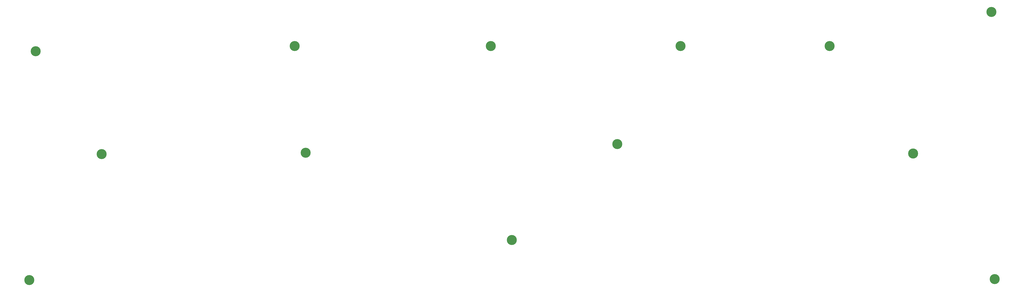
<source format=gbs>
G04 #@! TF.GenerationSoftware,KiCad,Pcbnew,(5.1.10)-1*
G04 #@! TF.CreationDate,2021-09-30T18:38:30+01:00*
G04 #@! TF.ProjectId,110ADR-SwitchPlate,31313041-4452-42d5-9377-69746368506c,rev?*
G04 #@! TF.SameCoordinates,Original*
G04 #@! TF.FileFunction,Soldermask,Bot*
G04 #@! TF.FilePolarity,Negative*
%FSLAX46Y46*%
G04 Gerber Fmt 4.6, Leading zero omitted, Abs format (unit mm)*
G04 Created by KiCad (PCBNEW (5.1.10)-1) date 2021-09-30 18:38:30*
%MOMM*%
%LPD*%
G01*
G04 APERTURE LIST*
%ADD10C,4.400000*%
G04 APERTURE END LIST*
D10*
X42900000Y-73300000D03*
X462510000Y-56020000D03*
X40110000Y-173850000D03*
X463910000Y-173450000D03*
X251910000Y-156250000D03*
X298185000Y-114050000D03*
X428125000Y-118225000D03*
X161435000Y-117900000D03*
X71860000Y-118500000D03*
X242700000Y-71000000D03*
X391400000Y-71000000D03*
X326000000Y-71000000D03*
X156600000Y-71000000D03*
M02*

</source>
